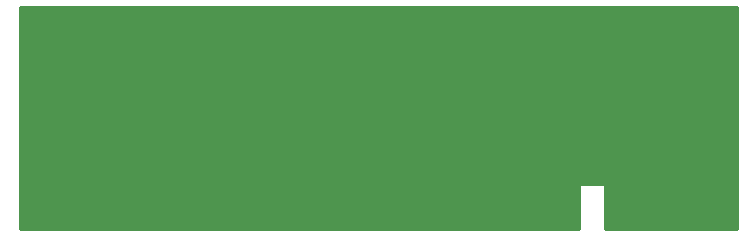
<source format=gbr>
G04 #@! TF.GenerationSoftware,KiCad,Pcbnew,(5.1.10-1-10_14)*
G04 #@! TF.CreationDate,2021-08-18T21:16:35-05:00*
G04 #@! TF.ProjectId,PCB-Keychains,5043422d-4b65-4796-9368-61696e732e6b,rev?*
G04 #@! TF.SameCoordinates,Original*
G04 #@! TF.FileFunction,Copper,L1,Top*
G04 #@! TF.FilePolarity,Positive*
%FSLAX46Y46*%
G04 Gerber Fmt 4.6, Leading zero omitted, Abs format (unit mm)*
G04 Created by KiCad (PCBNEW (5.1.10-1-10_14)) date 2021-08-18 21:16:35*
%MOMM*%
%LPD*%
G01*
G04 APERTURE LIST*
G04 #@! TA.AperFunction,NonConductor*
%ADD10C,0.254000*%
G04 #@! TD*
G04 #@! TA.AperFunction,NonConductor*
%ADD11C,0.100000*%
G04 #@! TD*
G04 APERTURE END LIST*
D10*
X214185500Y-34163000D02*
X203009500Y-34163000D01*
X203009500Y-30480000D01*
X203007060Y-30455224D01*
X202999833Y-30431399D01*
X202988097Y-30409443D01*
X202972303Y-30390197D01*
X202953057Y-30374403D01*
X202931101Y-30362667D01*
X202907276Y-30355440D01*
X202882500Y-30353000D01*
X200977500Y-30353000D01*
X200952724Y-30355440D01*
X200928899Y-30362667D01*
X200906943Y-30374403D01*
X200887697Y-30390197D01*
X200871903Y-30409443D01*
X200860167Y-30431399D01*
X200852940Y-30455224D01*
X200850500Y-30480000D01*
X200850500Y-34163000D01*
X153479500Y-34163000D01*
X153479500Y-15367000D01*
X214185500Y-15367000D01*
X214185500Y-34163000D01*
G04 #@! TA.AperFunction,NonConductor*
D11*
G36*
X214185500Y-34163000D02*
G01*
X203009500Y-34163000D01*
X203009500Y-30480000D01*
X203007060Y-30455224D01*
X202999833Y-30431399D01*
X202988097Y-30409443D01*
X202972303Y-30390197D01*
X202953057Y-30374403D01*
X202931101Y-30362667D01*
X202907276Y-30355440D01*
X202882500Y-30353000D01*
X200977500Y-30353000D01*
X200952724Y-30355440D01*
X200928899Y-30362667D01*
X200906943Y-30374403D01*
X200887697Y-30390197D01*
X200871903Y-30409443D01*
X200860167Y-30431399D01*
X200852940Y-30455224D01*
X200850500Y-30480000D01*
X200850500Y-34163000D01*
X153479500Y-34163000D01*
X153479500Y-15367000D01*
X214185500Y-15367000D01*
X214185500Y-34163000D01*
G37*
G04 #@! TD.AperFunction*
M02*

</source>
